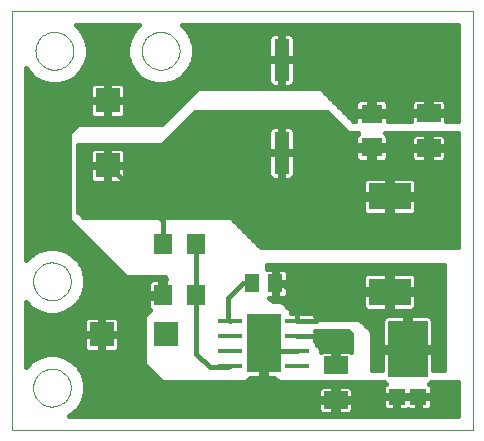
<source format=gtl>
G75*
%MOIN*%
%OFA0B0*%
%FSLAX24Y24*%
%IPPOS*%
%LPD*%
%AMOC8*
5,1,8,0,0,1.08239X$1,22.5*
%
%ADD10C,0.0000*%
%ADD11R,0.0787X0.0591*%
%ADD12R,0.0512X0.0630*%
%ADD13R,0.0827X0.0827*%
%ADD14R,0.0630X0.0710*%
%ADD15R,0.0710X0.0630*%
%ADD16R,0.1157X0.1925*%
%ADD17R,0.0846X0.0177*%
%ADD18R,0.1323X0.1913*%
%ADD19R,0.0551X0.0547*%
%ADD20R,0.1417X0.0906*%
%ADD21R,0.0512X0.1417*%
%ADD22C,0.0160*%
%ADD23R,0.0650X0.0650*%
D10*
X002583Y000180D02*
X002583Y014176D01*
X017953Y014176D01*
X017953Y000180D01*
X002583Y000180D01*
X003300Y001608D02*
X003302Y001658D01*
X003308Y001708D01*
X003318Y001757D01*
X003332Y001805D01*
X003349Y001852D01*
X003370Y001897D01*
X003395Y001941D01*
X003423Y001982D01*
X003455Y002021D01*
X003489Y002058D01*
X003526Y002092D01*
X003566Y002122D01*
X003608Y002149D01*
X003652Y002173D01*
X003698Y002194D01*
X003745Y002210D01*
X003793Y002223D01*
X003843Y002232D01*
X003892Y002237D01*
X003943Y002238D01*
X003993Y002235D01*
X004042Y002228D01*
X004091Y002217D01*
X004139Y002202D01*
X004185Y002184D01*
X004230Y002162D01*
X004273Y002136D01*
X004314Y002107D01*
X004353Y002075D01*
X004389Y002040D01*
X004421Y002002D01*
X004451Y001962D01*
X004478Y001919D01*
X004501Y001875D01*
X004520Y001829D01*
X004536Y001781D01*
X004548Y001732D01*
X004556Y001683D01*
X004560Y001633D01*
X004560Y001583D01*
X004556Y001533D01*
X004548Y001484D01*
X004536Y001435D01*
X004520Y001387D01*
X004501Y001341D01*
X004478Y001297D01*
X004451Y001254D01*
X004421Y001214D01*
X004389Y001176D01*
X004353Y001141D01*
X004314Y001109D01*
X004273Y001080D01*
X004230Y001054D01*
X004185Y001032D01*
X004139Y001014D01*
X004091Y000999D01*
X004042Y000988D01*
X003993Y000981D01*
X003943Y000978D01*
X003892Y000979D01*
X003843Y000984D01*
X003793Y000993D01*
X003745Y001006D01*
X003698Y001022D01*
X003652Y001043D01*
X003608Y001067D01*
X003566Y001094D01*
X003526Y001124D01*
X003489Y001158D01*
X003455Y001195D01*
X003423Y001234D01*
X003395Y001275D01*
X003370Y001319D01*
X003349Y001364D01*
X003332Y001411D01*
X003318Y001459D01*
X003308Y001508D01*
X003302Y001558D01*
X003300Y001608D01*
X003300Y005152D02*
X003302Y005202D01*
X003308Y005252D01*
X003318Y005301D01*
X003332Y005349D01*
X003349Y005396D01*
X003370Y005441D01*
X003395Y005485D01*
X003423Y005526D01*
X003455Y005565D01*
X003489Y005602D01*
X003526Y005636D01*
X003566Y005666D01*
X003608Y005693D01*
X003652Y005717D01*
X003698Y005738D01*
X003745Y005754D01*
X003793Y005767D01*
X003843Y005776D01*
X003892Y005781D01*
X003943Y005782D01*
X003993Y005779D01*
X004042Y005772D01*
X004091Y005761D01*
X004139Y005746D01*
X004185Y005728D01*
X004230Y005706D01*
X004273Y005680D01*
X004314Y005651D01*
X004353Y005619D01*
X004389Y005584D01*
X004421Y005546D01*
X004451Y005506D01*
X004478Y005463D01*
X004501Y005419D01*
X004520Y005373D01*
X004536Y005325D01*
X004548Y005276D01*
X004556Y005227D01*
X004560Y005177D01*
X004560Y005127D01*
X004556Y005077D01*
X004548Y005028D01*
X004536Y004979D01*
X004520Y004931D01*
X004501Y004885D01*
X004478Y004841D01*
X004451Y004798D01*
X004421Y004758D01*
X004389Y004720D01*
X004353Y004685D01*
X004314Y004653D01*
X004273Y004624D01*
X004230Y004598D01*
X004185Y004576D01*
X004139Y004558D01*
X004091Y004543D01*
X004042Y004532D01*
X003993Y004525D01*
X003943Y004522D01*
X003892Y004523D01*
X003843Y004528D01*
X003793Y004537D01*
X003745Y004550D01*
X003698Y004566D01*
X003652Y004587D01*
X003608Y004611D01*
X003566Y004638D01*
X003526Y004668D01*
X003489Y004702D01*
X003455Y004739D01*
X003423Y004778D01*
X003395Y004819D01*
X003370Y004863D01*
X003349Y004908D01*
X003332Y004955D01*
X003318Y005003D01*
X003308Y005052D01*
X003302Y005102D01*
X003300Y005152D01*
X003381Y012834D02*
X003383Y012884D01*
X003389Y012934D01*
X003399Y012983D01*
X003413Y013031D01*
X003430Y013078D01*
X003451Y013123D01*
X003476Y013167D01*
X003504Y013208D01*
X003536Y013247D01*
X003570Y013284D01*
X003607Y013318D01*
X003647Y013348D01*
X003689Y013375D01*
X003733Y013399D01*
X003779Y013420D01*
X003826Y013436D01*
X003874Y013449D01*
X003924Y013458D01*
X003973Y013463D01*
X004024Y013464D01*
X004074Y013461D01*
X004123Y013454D01*
X004172Y013443D01*
X004220Y013428D01*
X004266Y013410D01*
X004311Y013388D01*
X004354Y013362D01*
X004395Y013333D01*
X004434Y013301D01*
X004470Y013266D01*
X004502Y013228D01*
X004532Y013188D01*
X004559Y013145D01*
X004582Y013101D01*
X004601Y013055D01*
X004617Y013007D01*
X004629Y012958D01*
X004637Y012909D01*
X004641Y012859D01*
X004641Y012809D01*
X004637Y012759D01*
X004629Y012710D01*
X004617Y012661D01*
X004601Y012613D01*
X004582Y012567D01*
X004559Y012523D01*
X004532Y012480D01*
X004502Y012440D01*
X004470Y012402D01*
X004434Y012367D01*
X004395Y012335D01*
X004354Y012306D01*
X004311Y012280D01*
X004266Y012258D01*
X004220Y012240D01*
X004172Y012225D01*
X004123Y012214D01*
X004074Y012207D01*
X004024Y012204D01*
X003973Y012205D01*
X003924Y012210D01*
X003874Y012219D01*
X003826Y012232D01*
X003779Y012248D01*
X003733Y012269D01*
X003689Y012293D01*
X003647Y012320D01*
X003607Y012350D01*
X003570Y012384D01*
X003536Y012421D01*
X003504Y012460D01*
X003476Y012501D01*
X003451Y012545D01*
X003430Y012590D01*
X003413Y012637D01*
X003399Y012685D01*
X003389Y012734D01*
X003383Y012784D01*
X003381Y012834D01*
X006925Y012834D02*
X006927Y012884D01*
X006933Y012934D01*
X006943Y012983D01*
X006957Y013031D01*
X006974Y013078D01*
X006995Y013123D01*
X007020Y013167D01*
X007048Y013208D01*
X007080Y013247D01*
X007114Y013284D01*
X007151Y013318D01*
X007191Y013348D01*
X007233Y013375D01*
X007277Y013399D01*
X007323Y013420D01*
X007370Y013436D01*
X007418Y013449D01*
X007468Y013458D01*
X007517Y013463D01*
X007568Y013464D01*
X007618Y013461D01*
X007667Y013454D01*
X007716Y013443D01*
X007764Y013428D01*
X007810Y013410D01*
X007855Y013388D01*
X007898Y013362D01*
X007939Y013333D01*
X007978Y013301D01*
X008014Y013266D01*
X008046Y013228D01*
X008076Y013188D01*
X008103Y013145D01*
X008126Y013101D01*
X008145Y013055D01*
X008161Y013007D01*
X008173Y012958D01*
X008181Y012909D01*
X008185Y012859D01*
X008185Y012809D01*
X008181Y012759D01*
X008173Y012710D01*
X008161Y012661D01*
X008145Y012613D01*
X008126Y012567D01*
X008103Y012523D01*
X008076Y012480D01*
X008046Y012440D01*
X008014Y012402D01*
X007978Y012367D01*
X007939Y012335D01*
X007898Y012306D01*
X007855Y012280D01*
X007810Y012258D01*
X007764Y012240D01*
X007716Y012225D01*
X007667Y012214D01*
X007618Y012207D01*
X007568Y012204D01*
X007517Y012205D01*
X007468Y012210D01*
X007418Y012219D01*
X007370Y012232D01*
X007323Y012248D01*
X007277Y012269D01*
X007233Y012293D01*
X007191Y012320D01*
X007151Y012350D01*
X007114Y012384D01*
X007080Y012421D01*
X007048Y012460D01*
X007020Y012501D01*
X006995Y012545D01*
X006974Y012590D01*
X006957Y012637D01*
X006943Y012685D01*
X006933Y012734D01*
X006927Y012784D01*
X006925Y012834D01*
D11*
X016483Y010771D03*
X016483Y009589D03*
X013383Y002371D03*
X013383Y001189D03*
D12*
X011377Y005080D03*
X010589Y005080D03*
D13*
X007748Y003380D03*
X005583Y003380D03*
X005783Y009015D03*
X005783Y011180D03*
D14*
X007623Y006380D03*
X008743Y006380D03*
X008743Y004680D03*
X007623Y004680D03*
D15*
X014583Y009620D03*
X014583Y010740D03*
D16*
X010983Y003080D03*
D17*
X009851Y002830D03*
X009851Y002330D03*
X009851Y003330D03*
X009851Y003830D03*
X012115Y003830D03*
X012115Y003330D03*
X012115Y002830D03*
X012115Y002330D03*
D18*
X015783Y002880D03*
D19*
X015421Y001312D03*
X016145Y001312D03*
D20*
X015183Y004811D03*
X015183Y007980D03*
D21*
X011583Y009435D03*
X011583Y012535D03*
D22*
X011535Y012543D02*
X008626Y012543D01*
X008589Y012405D02*
X008665Y012687D01*
X008665Y012980D01*
X008589Y013262D01*
X008443Y013515D01*
X008262Y013696D01*
X017473Y013696D01*
X017473Y010480D01*
X017057Y010480D01*
X017057Y010703D01*
X016551Y010703D01*
X016551Y010838D01*
X017057Y010838D01*
X017057Y011090D01*
X017045Y011135D01*
X017021Y011176D01*
X016987Y011210D01*
X016946Y011234D01*
X016900Y011246D01*
X016551Y011246D01*
X016551Y010838D01*
X016415Y010838D01*
X016415Y010703D01*
X015909Y010703D01*
X015909Y010480D01*
X015118Y010480D01*
X015118Y010662D01*
X014661Y010662D01*
X014661Y010817D01*
X015118Y010817D01*
X015118Y011079D01*
X015106Y011124D01*
X015082Y011165D01*
X015049Y011199D01*
X015007Y011223D01*
X014962Y011235D01*
X014661Y011235D01*
X014661Y010817D01*
X014506Y010817D01*
X014506Y010662D01*
X014048Y010662D01*
X014048Y010480D01*
X013983Y010480D01*
X012883Y011580D01*
X008783Y011580D01*
X007583Y010380D01*
X004783Y010380D01*
X004483Y010080D01*
X004483Y007180D01*
X006383Y005280D01*
X007683Y005280D01*
X007748Y005215D01*
X007701Y005215D01*
X007701Y004757D01*
X007546Y004757D01*
X007546Y004603D01*
X007128Y004603D01*
X007128Y004301D01*
X004649Y004301D01*
X004611Y004263D02*
X004818Y004470D01*
X004964Y004723D01*
X005039Y005006D01*
X005039Y005298D01*
X004964Y005580D01*
X004818Y005833D01*
X004611Y006040D01*
X004358Y006186D01*
X004076Y006262D01*
X003783Y006262D01*
X003501Y006186D01*
X003248Y006040D01*
X003063Y005855D01*
X003063Y012256D01*
X003123Y012152D01*
X003330Y011945D01*
X003583Y011799D01*
X003865Y011724D01*
X004158Y011724D01*
X004440Y011799D01*
X004693Y011945D01*
X004900Y012152D01*
X005046Y012405D01*
X005121Y012687D01*
X005121Y012980D01*
X005046Y013262D01*
X004900Y013515D01*
X004719Y013696D01*
X006848Y013696D01*
X006667Y013515D01*
X006520Y013262D01*
X006445Y012980D01*
X006445Y012687D01*
X006520Y012405D01*
X006667Y012152D01*
X006873Y011945D01*
X007126Y011799D01*
X007409Y011724D01*
X007701Y011724D01*
X007983Y011799D01*
X008236Y011945D01*
X008443Y012152D01*
X008589Y012405D01*
X008577Y012385D02*
X011147Y012385D01*
X011147Y012487D02*
X011147Y011803D01*
X011159Y011757D01*
X011183Y011716D01*
X011217Y011682D01*
X011258Y011659D01*
X011303Y011646D01*
X011535Y011646D01*
X011535Y012487D01*
X011631Y012487D01*
X011631Y011646D01*
X011863Y011646D01*
X011908Y011659D01*
X011949Y011682D01*
X011983Y011716D01*
X012007Y011757D01*
X012019Y011803D01*
X012019Y012487D01*
X011631Y012487D01*
X011631Y012583D01*
X012019Y012583D01*
X012019Y013267D01*
X012007Y013313D01*
X011983Y013354D01*
X011949Y013388D01*
X011908Y013412D01*
X011863Y013424D01*
X011631Y013424D01*
X011631Y012583D01*
X011535Y012583D01*
X011535Y012487D01*
X011147Y012487D01*
X011147Y012583D02*
X011535Y012583D01*
X011535Y013424D01*
X011303Y013424D01*
X011258Y013412D01*
X011217Y013388D01*
X011183Y013354D01*
X011159Y013313D01*
X011147Y013267D01*
X011147Y012583D01*
X011147Y012702D02*
X008665Y012702D01*
X008665Y012860D02*
X011147Y012860D01*
X011147Y013019D02*
X008654Y013019D01*
X008612Y013177D02*
X011147Y013177D01*
X011172Y013336D02*
X008547Y013336D01*
X008455Y013494D02*
X017473Y013494D01*
X017473Y013336D02*
X011994Y013336D01*
X012019Y013177D02*
X017473Y013177D01*
X017473Y013019D02*
X012019Y013019D01*
X012019Y012860D02*
X017473Y012860D01*
X017473Y012702D02*
X012019Y012702D01*
X012019Y012385D02*
X017473Y012385D01*
X017473Y012543D02*
X011631Y012543D01*
X011631Y012385D02*
X011535Y012385D01*
X011535Y012226D02*
X011631Y012226D01*
X011631Y012068D02*
X011535Y012068D01*
X011535Y011909D02*
X011631Y011909D01*
X011631Y011751D02*
X011535Y011751D01*
X011163Y011751D02*
X007801Y011751D01*
X008173Y011909D02*
X011147Y011909D01*
X011147Y012068D02*
X008358Y012068D01*
X008486Y012226D02*
X011147Y012226D01*
X011535Y012702D02*
X011631Y012702D01*
X011631Y012860D02*
X011535Y012860D01*
X011535Y013019D02*
X011631Y013019D01*
X011631Y013177D02*
X011535Y013177D01*
X011535Y013336D02*
X011631Y013336D01*
X012019Y012226D02*
X017473Y012226D01*
X017473Y012068D02*
X012019Y012068D01*
X012019Y011909D02*
X017473Y011909D01*
X017473Y011751D02*
X012003Y011751D01*
X013030Y011434D02*
X017473Y011434D01*
X017473Y011592D02*
X006376Y011592D01*
X006376Y011617D02*
X006364Y011663D01*
X006340Y011704D01*
X006307Y011737D01*
X006266Y011761D01*
X006220Y011773D01*
X005841Y011773D01*
X005841Y011238D01*
X005725Y011238D01*
X005725Y011122D01*
X005190Y011122D01*
X005190Y010743D01*
X005202Y010697D01*
X005226Y010656D01*
X005259Y010623D01*
X005300Y010599D01*
X005346Y010587D01*
X005725Y010587D01*
X005725Y011122D01*
X005841Y011122D01*
X005841Y010587D01*
X006220Y010587D01*
X006266Y010599D01*
X006307Y010623D01*
X006340Y010656D01*
X006364Y010697D01*
X006376Y010743D01*
X006376Y011122D01*
X005841Y011122D01*
X005841Y011238D01*
X006376Y011238D01*
X006376Y011617D01*
X006284Y011751D02*
X007308Y011751D01*
X006936Y011909D02*
X004630Y011909D01*
X004815Y012068D02*
X006751Y012068D01*
X006624Y012226D02*
X004942Y012226D01*
X005034Y012385D02*
X006532Y012385D01*
X006483Y012543D02*
X005083Y012543D01*
X005121Y012702D02*
X006445Y012702D01*
X006445Y012860D02*
X005121Y012860D01*
X005111Y013019D02*
X006455Y013019D01*
X006498Y013177D02*
X005068Y013177D01*
X005003Y013336D02*
X006563Y013336D01*
X006654Y013494D02*
X004912Y013494D01*
X004762Y013653D02*
X006804Y013653D01*
X008305Y013653D02*
X017473Y013653D01*
X017473Y011275D02*
X013188Y011275D01*
X013347Y011117D02*
X014058Y011117D01*
X014060Y011124D02*
X014048Y011079D01*
X014048Y010817D01*
X014506Y010817D01*
X014506Y011235D01*
X014204Y011235D01*
X014159Y011223D01*
X014118Y011199D01*
X014084Y011165D01*
X014060Y011124D01*
X014048Y010958D02*
X013505Y010958D01*
X013664Y010800D02*
X014506Y010800D01*
X014661Y010800D02*
X016415Y010800D01*
X016415Y010838D02*
X015909Y010838D01*
X015909Y011090D01*
X015922Y011135D01*
X015945Y011176D01*
X015979Y011210D01*
X016020Y011234D01*
X016066Y011246D01*
X016415Y011246D01*
X016415Y010838D01*
X016415Y010958D02*
X016551Y010958D01*
X016551Y010800D02*
X017473Y010800D01*
X017473Y010958D02*
X017057Y010958D01*
X017050Y011117D02*
X017473Y011117D01*
X017473Y010641D02*
X017057Y010641D01*
X017057Y010483D02*
X017473Y010483D01*
X017473Y010080D02*
X017473Y006280D01*
X010883Y006280D01*
X009883Y007280D01*
X004983Y007280D01*
X004783Y007480D01*
X004783Y009680D01*
X007583Y009680D01*
X008683Y010780D01*
X013083Y010780D01*
X013783Y010080D01*
X014119Y010080D01*
X014118Y010079D01*
X014084Y010046D01*
X014060Y010005D01*
X014048Y009959D01*
X014048Y009698D01*
X014506Y009698D01*
X014506Y009543D01*
X014661Y009543D01*
X014661Y009698D01*
X015118Y009698D01*
X015118Y009959D01*
X015106Y010005D01*
X015082Y010046D01*
X015049Y010079D01*
X015047Y010080D01*
X017473Y010080D01*
X017473Y010007D02*
X017009Y010007D01*
X017021Y009995D02*
X016987Y010029D01*
X016946Y010052D01*
X016900Y010065D01*
X016551Y010065D01*
X016551Y009657D01*
X017057Y009657D01*
X017057Y009908D01*
X017045Y009954D01*
X017021Y009995D01*
X017057Y009849D02*
X017473Y009849D01*
X017473Y009690D02*
X017057Y009690D01*
X017057Y009522D02*
X016551Y009522D01*
X016551Y009657D01*
X016415Y009657D01*
X016415Y009522D01*
X015909Y009522D01*
X015909Y009270D01*
X015922Y009225D01*
X015945Y009184D01*
X015979Y009150D01*
X016020Y009126D01*
X016066Y009114D01*
X016415Y009114D01*
X016415Y009522D01*
X016551Y009522D01*
X016551Y009114D01*
X016900Y009114D01*
X016946Y009126D01*
X016987Y009150D01*
X017021Y009184D01*
X017045Y009225D01*
X017057Y009270D01*
X017057Y009522D01*
X017057Y009373D02*
X017473Y009373D01*
X017473Y009215D02*
X017039Y009215D01*
X016551Y009215D02*
X016415Y009215D01*
X016415Y009373D02*
X016551Y009373D01*
X016551Y009532D02*
X017473Y009532D01*
X017473Y009056D02*
X012019Y009056D01*
X012019Y008898D02*
X017473Y008898D01*
X017473Y008739D02*
X012019Y008739D01*
X012019Y008702D02*
X012019Y009387D01*
X011631Y009387D01*
X011631Y009483D01*
X011535Y009483D01*
X011535Y010323D01*
X011303Y010323D01*
X011258Y010311D01*
X011217Y010287D01*
X011183Y010254D01*
X011159Y010213D01*
X011147Y010167D01*
X011147Y009483D01*
X011535Y009483D01*
X011535Y009387D01*
X011147Y009387D01*
X011147Y008702D01*
X011159Y008657D01*
X011183Y008616D01*
X011217Y008582D01*
X011258Y008558D01*
X011303Y008546D01*
X011535Y008546D01*
X011535Y009387D01*
X011631Y009387D01*
X011631Y008546D01*
X011863Y008546D01*
X011908Y008558D01*
X011949Y008582D01*
X011983Y008616D01*
X012007Y008657D01*
X012019Y008702D01*
X011947Y008581D02*
X014370Y008581D01*
X014364Y008577D02*
X014330Y008543D01*
X014307Y008502D01*
X014294Y008456D01*
X014294Y008060D01*
X015103Y008060D01*
X015103Y007900D01*
X014294Y007900D01*
X014294Y007504D01*
X014307Y007458D01*
X014330Y007417D01*
X014364Y007383D01*
X014405Y007360D01*
X014451Y007347D01*
X015103Y007347D01*
X015103Y007900D01*
X015263Y007900D01*
X015263Y007347D01*
X015915Y007347D01*
X015961Y007360D01*
X016002Y007383D01*
X016036Y007417D01*
X016059Y007458D01*
X016072Y007504D01*
X016072Y007900D01*
X015263Y007900D01*
X015263Y008060D01*
X015103Y008060D01*
X015103Y008613D01*
X014451Y008613D01*
X014405Y008600D01*
X014364Y008577D01*
X014294Y008422D02*
X006223Y008422D01*
X006220Y008421D02*
X006266Y008434D01*
X006307Y008457D01*
X006340Y008491D01*
X006364Y008532D01*
X006376Y008578D01*
X006376Y008957D01*
X005841Y008957D01*
X005841Y009072D01*
X006376Y009072D01*
X006376Y009452D01*
X006364Y009498D01*
X006340Y009539D01*
X006307Y009572D01*
X006266Y009596D01*
X006220Y009608D01*
X005841Y009608D01*
X005841Y009072D01*
X005725Y009072D01*
X005725Y008957D01*
X005190Y008957D01*
X005190Y008578D01*
X005202Y008532D01*
X005226Y008491D01*
X005259Y008457D01*
X005300Y008434D01*
X005346Y008421D01*
X005725Y008421D01*
X005725Y008957D01*
X005841Y008957D01*
X005841Y008421D01*
X006220Y008421D01*
X006376Y008581D02*
X011219Y008581D01*
X011147Y008739D02*
X006376Y008739D01*
X006376Y008898D02*
X011147Y008898D01*
X011147Y009056D02*
X005841Y009056D01*
X005783Y009015D02*
X007623Y007174D01*
X007623Y006380D01*
X008743Y006380D02*
X008743Y004680D01*
X008743Y002720D01*
X009183Y002280D01*
X009801Y002280D01*
X009851Y002330D01*
X010383Y001780D02*
X010540Y001937D01*
X010903Y001937D01*
X010903Y003000D01*
X011063Y003000D01*
X011063Y001937D01*
X011326Y001937D01*
X011483Y001780D01*
X015010Y001780D01*
X015047Y001743D01*
X015058Y001743D01*
X015035Y001730D01*
X015001Y001696D01*
X014978Y001655D01*
X014965Y001610D01*
X014965Y001369D01*
X015364Y001369D01*
X015364Y001255D01*
X015478Y001255D01*
X015478Y000859D01*
X015720Y000859D01*
X015766Y000871D01*
X015783Y000881D01*
X015800Y000871D01*
X015846Y000859D01*
X016088Y000859D01*
X016088Y001255D01*
X016202Y001255D01*
X016202Y000859D01*
X016445Y000859D01*
X016490Y000871D01*
X016531Y000895D01*
X016565Y000928D01*
X016589Y000969D01*
X016601Y001015D01*
X016601Y001255D01*
X016202Y001255D01*
X016202Y001369D01*
X016601Y001369D01*
X016601Y001610D01*
X016589Y001655D01*
X016565Y001696D01*
X016531Y001730D01*
X016508Y001743D01*
X016519Y001743D01*
X016556Y001780D01*
X017473Y001780D01*
X017473Y000660D01*
X004507Y000660D01*
X004611Y000720D01*
X004818Y000927D01*
X004964Y001180D01*
X005039Y001462D01*
X005039Y001754D01*
X004964Y002037D01*
X004818Y002290D01*
X004611Y002497D01*
X004358Y002643D01*
X004076Y002718D01*
X003783Y002718D01*
X003501Y002643D01*
X003248Y002497D01*
X003063Y002312D01*
X003063Y004448D01*
X003248Y004263D01*
X003501Y004117D01*
X003783Y004042D01*
X004076Y004042D01*
X004358Y004117D01*
X004611Y004263D01*
X004401Y004143D02*
X007146Y004143D01*
X007183Y004180D02*
X006983Y003980D01*
X006983Y002380D01*
X007583Y001780D01*
X010383Y001780D01*
X010527Y001924D02*
X011340Y001924D01*
X011063Y002082D02*
X010903Y002082D01*
X010903Y002241D02*
X011063Y002241D01*
X011063Y002399D02*
X010903Y002399D01*
X010903Y002558D02*
X011063Y002558D01*
X011063Y002716D02*
X010903Y002716D01*
X010903Y002875D02*
X011063Y002875D01*
X011233Y002830D02*
X010983Y003080D01*
X011233Y002830D02*
X012115Y002830D01*
X012115Y003330D02*
X012115Y003330D01*
X012718Y003330D01*
X012115Y003330D01*
X012115Y003830D02*
X012115Y003830D01*
X012718Y003830D01*
X012718Y003942D01*
X012706Y003988D01*
X012682Y004029D01*
X012649Y004063D01*
X012608Y004086D01*
X012562Y004099D01*
X012115Y004099D01*
X012115Y003830D01*
X012718Y003830D01*
X012718Y003815D01*
X012783Y003880D01*
X014183Y003880D01*
X014583Y003480D01*
X014583Y002180D01*
X014942Y002180D01*
X014942Y002800D01*
X015703Y002800D01*
X015703Y002960D01*
X014942Y002960D01*
X014942Y003860D01*
X014954Y003906D01*
X014978Y003947D01*
X015011Y003981D01*
X015052Y004004D01*
X015098Y004017D01*
X015703Y004017D01*
X015703Y002960D01*
X015863Y002960D01*
X015863Y004017D01*
X016468Y004017D01*
X016514Y004004D01*
X016555Y003981D01*
X016589Y003947D01*
X016612Y003906D01*
X016624Y003860D01*
X016624Y002960D01*
X015863Y002960D01*
X015863Y002800D01*
X016624Y002800D01*
X016624Y002180D01*
X016983Y002180D01*
X016983Y005680D01*
X011083Y005680D01*
X011083Y005571D01*
X011097Y005575D01*
X011329Y005575D01*
X011329Y005128D01*
X011425Y005128D01*
X011813Y005128D01*
X011813Y005419D01*
X011800Y005464D01*
X011777Y005505D01*
X011743Y005539D01*
X011702Y005563D01*
X011656Y005575D01*
X011425Y005575D01*
X011425Y005128D01*
X011425Y005032D01*
X011813Y005032D01*
X011813Y004741D01*
X011800Y004696D01*
X011777Y004655D01*
X011743Y004621D01*
X011702Y004597D01*
X011656Y004585D01*
X011425Y004585D01*
X011425Y005032D01*
X011329Y005032D01*
X011329Y004585D01*
X011178Y004585D01*
X011283Y004480D01*
X011583Y004480D01*
X011883Y004180D01*
X011883Y004099D01*
X012115Y004099D01*
X012115Y003830D01*
X012115Y003830D01*
X012083Y003862D01*
X012083Y004580D01*
X011583Y005080D01*
X011377Y005080D01*
X011425Y005094D02*
X014294Y005094D01*
X014294Y005252D02*
X011813Y005252D01*
X011813Y005411D02*
X014369Y005411D01*
X014364Y005408D02*
X014330Y005374D01*
X014307Y005333D01*
X014294Y005287D01*
X014294Y004891D01*
X015103Y004891D01*
X015103Y005443D01*
X014451Y005443D01*
X014405Y005431D01*
X014364Y005408D01*
X014294Y004935D02*
X011813Y004935D01*
X011813Y004777D02*
X015103Y004777D01*
X015103Y004731D02*
X014294Y004731D01*
X014294Y004334D01*
X014307Y004288D01*
X014330Y004247D01*
X014364Y004214D01*
X014405Y004190D01*
X014451Y004178D01*
X015103Y004178D01*
X015103Y004731D01*
X015103Y004891D01*
X015263Y004891D01*
X015263Y005443D01*
X015915Y005443D01*
X015961Y005431D01*
X016002Y005408D01*
X016036Y005374D01*
X016059Y005333D01*
X016072Y005287D01*
X016072Y004891D01*
X015263Y004891D01*
X015263Y004731D01*
X016072Y004731D01*
X016072Y004334D01*
X016059Y004288D01*
X016036Y004247D01*
X016002Y004214D01*
X015961Y004190D01*
X015915Y004178D01*
X015263Y004178D01*
X015263Y004731D01*
X015103Y004731D01*
X015103Y004618D02*
X015263Y004618D01*
X015263Y004460D02*
X015103Y004460D01*
X015103Y004301D02*
X015263Y004301D01*
X015017Y003984D02*
X012707Y003984D01*
X012718Y003826D02*
X012729Y003826D01*
X012708Y003480D02*
X013783Y003480D01*
X013883Y003380D01*
X013883Y002812D01*
X013846Y002834D01*
X013800Y002846D01*
X013451Y002846D01*
X013451Y002438D01*
X013315Y002438D01*
X013315Y002846D01*
X012966Y002846D01*
X012920Y002834D01*
X012883Y002812D01*
X012883Y002880D01*
X012698Y003158D01*
X012706Y003172D01*
X012718Y003218D01*
X012718Y003330D01*
X012718Y003442D01*
X012708Y003480D01*
X012718Y003350D02*
X013883Y003350D01*
X013883Y003192D02*
X012711Y003192D01*
X012781Y003033D02*
X013883Y003033D01*
X013883Y002875D02*
X012883Y002875D01*
X013315Y002716D02*
X013451Y002716D01*
X013451Y002558D02*
X013315Y002558D01*
X013315Y001665D02*
X012966Y001665D01*
X012920Y001652D01*
X012879Y001629D01*
X012845Y001595D01*
X012822Y001554D01*
X012809Y001508D01*
X012809Y001257D01*
X013315Y001257D01*
X013315Y001122D01*
X012809Y001122D01*
X012809Y000870D01*
X012822Y000825D01*
X012845Y000784D01*
X012879Y000750D01*
X012920Y000726D01*
X012966Y000714D01*
X013315Y000714D01*
X013315Y001122D01*
X013451Y001122D01*
X013451Y001257D01*
X013957Y001257D01*
X013957Y001508D01*
X013945Y001554D01*
X013921Y001595D01*
X013887Y001629D01*
X013846Y001652D01*
X013800Y001665D01*
X013451Y001665D01*
X013451Y001257D01*
X013315Y001257D01*
X013315Y001665D01*
X013315Y001607D02*
X013451Y001607D01*
X013451Y001448D02*
X013315Y001448D01*
X013315Y001290D02*
X013451Y001290D01*
X013451Y001131D02*
X014965Y001131D01*
X014965Y001015D02*
X014978Y000969D01*
X015001Y000928D01*
X015035Y000895D01*
X015076Y000871D01*
X015122Y000859D01*
X015364Y000859D01*
X015364Y001255D01*
X014965Y001255D01*
X014965Y001015D01*
X014977Y000973D02*
X013957Y000973D01*
X013957Y000870D02*
X013957Y001122D01*
X013451Y001122D01*
X013451Y000714D01*
X013800Y000714D01*
X013846Y000726D01*
X013887Y000750D01*
X013921Y000784D01*
X013945Y000825D01*
X013957Y000870D01*
X013938Y000814D02*
X017473Y000814D01*
X017473Y000973D02*
X016589Y000973D01*
X016601Y001131D02*
X017473Y001131D01*
X017473Y001290D02*
X016202Y001290D01*
X016088Y001290D02*
X015478Y001290D01*
X015478Y001255D02*
X015478Y001369D01*
X016088Y001369D01*
X016088Y001255D01*
X015690Y001255D01*
X015478Y001255D01*
X015364Y001290D02*
X013957Y001290D01*
X013957Y001448D02*
X014965Y001448D01*
X014965Y001607D02*
X013910Y001607D01*
X013315Y001131D02*
X004936Y001131D01*
X004993Y001290D02*
X012809Y001290D01*
X012809Y001448D02*
X005036Y001448D01*
X005039Y001607D02*
X012857Y001607D01*
X012809Y000973D02*
X004844Y000973D01*
X004705Y000814D02*
X012828Y000814D01*
X013315Y000814D02*
X013451Y000814D01*
X013451Y000973D02*
X013315Y000973D01*
X014583Y002241D02*
X014942Y002241D01*
X014942Y002399D02*
X014583Y002399D01*
X014583Y002558D02*
X014942Y002558D01*
X014942Y002716D02*
X014583Y002716D01*
X014583Y002875D02*
X015703Y002875D01*
X015703Y003033D02*
X015863Y003033D01*
X015863Y002875D02*
X016983Y002875D01*
X016983Y003033D02*
X016624Y003033D01*
X016624Y003192D02*
X016983Y003192D01*
X016983Y003350D02*
X016624Y003350D01*
X016624Y003509D02*
X016983Y003509D01*
X016983Y003667D02*
X016624Y003667D01*
X016624Y003826D02*
X016983Y003826D01*
X016983Y003984D02*
X016549Y003984D01*
X016983Y004143D02*
X011883Y004143D01*
X011762Y004301D02*
X014303Y004301D01*
X014294Y004460D02*
X011604Y004460D01*
X011738Y004618D02*
X014294Y004618D01*
X014238Y003826D02*
X014942Y003826D01*
X014942Y003667D02*
X014396Y003667D01*
X014555Y003509D02*
X014942Y003509D01*
X014942Y003350D02*
X014583Y003350D01*
X014583Y003192D02*
X014942Y003192D01*
X014942Y003033D02*
X014583Y003033D01*
X015703Y003192D02*
X015863Y003192D01*
X015863Y003350D02*
X015703Y003350D01*
X015703Y003509D02*
X015863Y003509D01*
X015863Y003667D02*
X015703Y003667D01*
X015703Y003826D02*
X015863Y003826D01*
X015863Y003984D02*
X015703Y003984D01*
X016063Y004301D02*
X016983Y004301D01*
X016983Y004460D02*
X016072Y004460D01*
X016072Y004618D02*
X016983Y004618D01*
X016983Y004777D02*
X015263Y004777D01*
X015263Y004935D02*
X015103Y004935D01*
X015103Y005094D02*
X015263Y005094D01*
X015263Y005252D02*
X015103Y005252D01*
X015103Y005411D02*
X015263Y005411D01*
X015997Y005411D02*
X016983Y005411D01*
X016983Y005569D02*
X011679Y005569D01*
X011425Y005569D02*
X011329Y005569D01*
X011329Y005411D02*
X011425Y005411D01*
X011425Y005252D02*
X011329Y005252D01*
X011329Y004935D02*
X011425Y004935D01*
X011425Y004777D02*
X011329Y004777D01*
X011329Y004618D02*
X011425Y004618D01*
X012115Y003984D02*
X012115Y003984D01*
X010589Y005080D02*
X010283Y005080D01*
X009783Y004580D01*
X009783Y003898D01*
X009851Y003830D01*
X007701Y004777D02*
X007546Y004777D01*
X007546Y004757D02*
X007546Y005215D01*
X007285Y005215D01*
X007239Y005203D01*
X007198Y005179D01*
X007164Y005145D01*
X007141Y005104D01*
X007128Y005059D01*
X007128Y004757D01*
X007546Y004757D01*
X007546Y004618D02*
X004903Y004618D01*
X004978Y004777D02*
X007128Y004777D01*
X007128Y004935D02*
X005021Y004935D01*
X005039Y005094D02*
X007138Y005094D01*
X007546Y005094D02*
X007701Y005094D01*
X007711Y005252D02*
X005039Y005252D01*
X005009Y005411D02*
X006253Y005411D01*
X006094Y005569D02*
X004967Y005569D01*
X004879Y005728D02*
X005936Y005728D01*
X005777Y005886D02*
X004765Y005886D01*
X004603Y006045D02*
X005619Y006045D01*
X005460Y006203D02*
X004294Y006203D01*
X004826Y006837D02*
X003063Y006837D01*
X003063Y006679D02*
X004985Y006679D01*
X005143Y006520D02*
X003063Y006520D01*
X003063Y006362D02*
X005302Y006362D01*
X004668Y006996D02*
X003063Y006996D01*
X003063Y007154D02*
X004509Y007154D01*
X004483Y007313D02*
X003063Y007313D01*
X003063Y007471D02*
X004483Y007471D01*
X004483Y007630D02*
X003063Y007630D01*
X003063Y007788D02*
X004483Y007788D01*
X004483Y007947D02*
X003063Y007947D01*
X003063Y008105D02*
X004483Y008105D01*
X004483Y008264D02*
X003063Y008264D01*
X003063Y008422D02*
X004483Y008422D01*
X004483Y008581D02*
X003063Y008581D01*
X003063Y008739D02*
X004483Y008739D01*
X004483Y008898D02*
X003063Y008898D01*
X003063Y009056D02*
X004483Y009056D01*
X004483Y009215D02*
X003063Y009215D01*
X003063Y009373D02*
X004483Y009373D01*
X004483Y009532D02*
X003063Y009532D01*
X003063Y009690D02*
X004483Y009690D01*
X004483Y009849D02*
X003063Y009849D01*
X003063Y010007D02*
X004483Y010007D01*
X004569Y010166D02*
X003063Y010166D01*
X003063Y010324D02*
X004727Y010324D01*
X005241Y010641D02*
X003063Y010641D01*
X003063Y010483D02*
X007686Y010483D01*
X007844Y010641D02*
X006325Y010641D01*
X006376Y010800D02*
X008003Y010800D01*
X008161Y010958D02*
X006376Y010958D01*
X006376Y011117D02*
X008320Y011117D01*
X008478Y011275D02*
X006376Y011275D01*
X006376Y011434D02*
X008637Y011434D01*
X008544Y010641D02*
X013222Y010641D01*
X013381Y010483D02*
X008386Y010483D01*
X008227Y010324D02*
X013539Y010324D01*
X013698Y010166D02*
X012019Y010166D01*
X012019Y010167D02*
X012007Y010213D01*
X011983Y010254D01*
X011949Y010287D01*
X011908Y010311D01*
X011863Y010323D01*
X011631Y010323D01*
X011631Y009483D01*
X012019Y009483D01*
X012019Y010167D01*
X012019Y010007D02*
X014062Y010007D01*
X014048Y009849D02*
X012019Y009849D01*
X012019Y009690D02*
X014506Y009690D01*
X014506Y009543D02*
X014048Y009543D01*
X014048Y009281D01*
X014060Y009236D01*
X014084Y009195D01*
X014118Y009161D01*
X014159Y009137D01*
X014204Y009125D01*
X014506Y009125D01*
X014506Y009543D01*
X014506Y009532D02*
X014661Y009532D01*
X014661Y009543D02*
X014661Y009125D01*
X014962Y009125D01*
X015007Y009137D01*
X015049Y009161D01*
X015082Y009195D01*
X015106Y009236D01*
X015118Y009281D01*
X015118Y009543D01*
X014661Y009543D01*
X014661Y009690D02*
X015909Y009690D01*
X015909Y009657D02*
X015909Y009908D01*
X015922Y009954D01*
X015945Y009995D01*
X015979Y010029D01*
X016020Y010052D01*
X016066Y010065D01*
X016415Y010065D01*
X016415Y009657D01*
X015909Y009657D01*
X015909Y009849D02*
X015118Y009849D01*
X015104Y010007D02*
X015957Y010007D01*
X016415Y010007D02*
X016551Y010007D01*
X016551Y009849D02*
X016415Y009849D01*
X016415Y009690D02*
X016551Y009690D01*
X016415Y009532D02*
X015118Y009532D01*
X015118Y009373D02*
X015909Y009373D01*
X015928Y009215D02*
X015093Y009215D01*
X014661Y009215D02*
X014506Y009215D01*
X014506Y009373D02*
X014661Y009373D01*
X014073Y009215D02*
X012019Y009215D01*
X012019Y009373D02*
X014048Y009373D01*
X014048Y009532D02*
X012019Y009532D01*
X011631Y009532D02*
X011535Y009532D01*
X011535Y009690D02*
X011631Y009690D01*
X011631Y009849D02*
X011535Y009849D01*
X011535Y010007D02*
X011631Y010007D01*
X011631Y010166D02*
X011535Y010166D01*
X011147Y010166D02*
X008069Y010166D01*
X007910Y010007D02*
X011147Y010007D01*
X011147Y009849D02*
X007752Y009849D01*
X007593Y009690D02*
X011147Y009690D01*
X011147Y009532D02*
X006345Y009532D01*
X006376Y009373D02*
X011147Y009373D01*
X011147Y009215D02*
X006376Y009215D01*
X005841Y009215D02*
X005725Y009215D01*
X005725Y009072D02*
X005725Y009608D01*
X005346Y009608D01*
X005300Y009596D01*
X005259Y009572D01*
X005226Y009539D01*
X005202Y009498D01*
X005190Y009452D01*
X005190Y009072D01*
X005725Y009072D01*
X005725Y009056D02*
X004783Y009056D01*
X004783Y008898D02*
X005190Y008898D01*
X005190Y008739D02*
X004783Y008739D01*
X004783Y008581D02*
X005190Y008581D01*
X005343Y008422D02*
X004783Y008422D01*
X004783Y008264D02*
X014294Y008264D01*
X014294Y008105D02*
X004783Y008105D01*
X004783Y007947D02*
X015103Y007947D01*
X015103Y008105D02*
X015263Y008105D01*
X015263Y008060D02*
X015263Y008613D01*
X015915Y008613D01*
X015961Y008600D01*
X016002Y008577D01*
X016036Y008543D01*
X016059Y008502D01*
X016072Y008456D01*
X016072Y008060D01*
X015263Y008060D01*
X015263Y007947D02*
X017473Y007947D01*
X017473Y008105D02*
X016072Y008105D01*
X016072Y008264D02*
X017473Y008264D01*
X017473Y008422D02*
X016072Y008422D01*
X015996Y008581D02*
X017473Y008581D01*
X017473Y007788D02*
X016072Y007788D01*
X016072Y007630D02*
X017473Y007630D01*
X017473Y007471D02*
X016063Y007471D01*
X015263Y007471D02*
X015103Y007471D01*
X015103Y007630D02*
X015263Y007630D01*
X015263Y007788D02*
X015103Y007788D01*
X015103Y008264D02*
X015263Y008264D01*
X015263Y008422D02*
X015103Y008422D01*
X015103Y008581D02*
X015263Y008581D01*
X014294Y007788D02*
X004783Y007788D01*
X004783Y007630D02*
X014294Y007630D01*
X014303Y007471D02*
X004792Y007471D01*
X004951Y007313D02*
X017473Y007313D01*
X017473Y007154D02*
X010009Y007154D01*
X010168Y006996D02*
X017473Y006996D01*
X017473Y006837D02*
X010326Y006837D01*
X010485Y006679D02*
X017473Y006679D01*
X017473Y006520D02*
X010643Y006520D01*
X010802Y006362D02*
X017473Y006362D01*
X016983Y005252D02*
X016072Y005252D01*
X016072Y005094D02*
X016983Y005094D01*
X016983Y004935D02*
X016072Y004935D01*
X016624Y002716D02*
X016983Y002716D01*
X016983Y002558D02*
X016624Y002558D01*
X016624Y002399D02*
X016983Y002399D01*
X016983Y002241D02*
X016624Y002241D01*
X016541Y001765D02*
X017473Y001765D01*
X017473Y001607D02*
X016601Y001607D01*
X016601Y001448D02*
X017473Y001448D01*
X016202Y001131D02*
X016088Y001131D01*
X016088Y000973D02*
X016202Y000973D01*
X015478Y000973D02*
X015364Y000973D01*
X015364Y001131D02*
X015478Y001131D01*
X015025Y001765D02*
X005037Y001765D01*
X004994Y001924D02*
X007440Y001924D01*
X007281Y002082D02*
X004938Y002082D01*
X004846Y002241D02*
X007123Y002241D01*
X006983Y002399D02*
X004709Y002399D01*
X004505Y002558D02*
X006983Y002558D01*
X006983Y002716D02*
X004084Y002716D01*
X003775Y002716D02*
X003063Y002716D01*
X003063Y002558D02*
X003354Y002558D01*
X003151Y002399D02*
X003063Y002399D01*
X003063Y002875D02*
X005015Y002875D01*
X005026Y002856D02*
X005059Y002823D01*
X005100Y002799D01*
X005146Y002787D01*
X005525Y002787D01*
X005525Y003322D01*
X004990Y003322D01*
X004990Y002943D01*
X005002Y002897D01*
X005026Y002856D01*
X004990Y003033D02*
X003063Y003033D01*
X003063Y003192D02*
X004990Y003192D01*
X004990Y003438D02*
X005525Y003438D01*
X005525Y003322D01*
X005641Y003322D01*
X005641Y002787D01*
X006020Y002787D01*
X006066Y002799D01*
X006107Y002823D01*
X006140Y002856D01*
X006164Y002897D01*
X006176Y002943D01*
X006176Y003322D01*
X005641Y003322D01*
X005641Y003438D01*
X005525Y003438D01*
X005525Y003973D01*
X005146Y003973D01*
X005100Y003961D01*
X005059Y003937D01*
X005026Y003904D01*
X005002Y003863D01*
X004990Y003817D01*
X004990Y003438D01*
X004990Y003509D02*
X003063Y003509D01*
X003063Y003667D02*
X004990Y003667D01*
X004992Y003826D02*
X003063Y003826D01*
X003063Y003984D02*
X006987Y003984D01*
X006983Y003826D02*
X006174Y003826D01*
X006176Y003817D02*
X006164Y003863D01*
X006140Y003904D01*
X006107Y003937D01*
X006066Y003961D01*
X006020Y003973D01*
X005641Y003973D01*
X005641Y003438D01*
X006176Y003438D01*
X006176Y003817D01*
X006176Y003667D02*
X006983Y003667D01*
X006983Y003509D02*
X006176Y003509D01*
X006176Y003192D02*
X006983Y003192D01*
X006983Y003350D02*
X005641Y003350D01*
X005525Y003350D02*
X003063Y003350D01*
X003063Y004143D02*
X003458Y004143D01*
X003211Y004301D02*
X003063Y004301D01*
X003063Y005886D02*
X003094Y005886D01*
X003063Y006045D02*
X003256Y006045D01*
X003063Y006203D02*
X003565Y006203D01*
X004807Y004460D02*
X007128Y004460D01*
X007128Y004301D02*
X007141Y004256D01*
X007164Y004215D01*
X007198Y004181D01*
X007200Y004180D01*
X007183Y004180D01*
X007546Y004935D02*
X007701Y004935D01*
X006983Y003033D02*
X006176Y003033D01*
X006151Y002875D02*
X006983Y002875D01*
X005641Y002875D02*
X005525Y002875D01*
X005525Y003033D02*
X005641Y003033D01*
X005641Y003192D02*
X005525Y003192D01*
X005525Y003509D02*
X005641Y003509D01*
X005641Y003667D02*
X005525Y003667D01*
X005525Y003826D02*
X005641Y003826D01*
X005725Y008422D02*
X005841Y008422D01*
X005841Y008581D02*
X005725Y008581D01*
X005725Y008739D02*
X005841Y008739D01*
X005841Y008898D02*
X005725Y008898D01*
X005725Y009373D02*
X005841Y009373D01*
X005841Y009532D02*
X005725Y009532D01*
X005222Y009532D02*
X004783Y009532D01*
X004783Y009373D02*
X005190Y009373D01*
X005190Y009215D02*
X004783Y009215D01*
X005725Y010641D02*
X005841Y010641D01*
X005841Y010800D02*
X005725Y010800D01*
X005725Y010958D02*
X005841Y010958D01*
X005841Y011117D02*
X005725Y011117D01*
X005725Y011238D02*
X005190Y011238D01*
X005190Y011617D01*
X005202Y011663D01*
X005226Y011704D01*
X005259Y011737D01*
X005300Y011761D01*
X005346Y011773D01*
X005725Y011773D01*
X005725Y011238D01*
X005725Y011275D02*
X005841Y011275D01*
X005841Y011434D02*
X005725Y011434D01*
X005725Y011592D02*
X005841Y011592D01*
X005841Y011751D02*
X005725Y011751D01*
X005282Y011751D02*
X004258Y011751D01*
X003765Y011751D02*
X003063Y011751D01*
X003063Y011909D02*
X003393Y011909D01*
X003208Y012068D02*
X003063Y012068D01*
X003063Y012226D02*
X003081Y012226D01*
X003063Y011592D02*
X005190Y011592D01*
X005190Y011434D02*
X003063Y011434D01*
X003063Y011275D02*
X005190Y011275D01*
X005190Y011117D02*
X003063Y011117D01*
X003063Y010958D02*
X005190Y010958D01*
X005190Y010800D02*
X003063Y010800D01*
X011535Y009373D02*
X011631Y009373D01*
X011631Y009215D02*
X011535Y009215D01*
X011535Y009056D02*
X011631Y009056D01*
X011631Y008898D02*
X011535Y008898D01*
X011535Y008739D02*
X011631Y008739D01*
X011631Y008581D02*
X011535Y008581D01*
X013822Y010641D02*
X014048Y010641D01*
X014048Y010483D02*
X013981Y010483D01*
X014506Y010958D02*
X014661Y010958D01*
X014661Y011117D02*
X014506Y011117D01*
X015108Y011117D02*
X015917Y011117D01*
X015909Y010958D02*
X015118Y010958D01*
X015118Y010641D02*
X015909Y010641D01*
X015909Y010483D02*
X015118Y010483D01*
X016415Y011117D02*
X016551Y011117D01*
D23*
X016383Y012180D03*
X014683Y012180D03*
X013383Y003180D03*
X014383Y000980D03*
M02*

</source>
